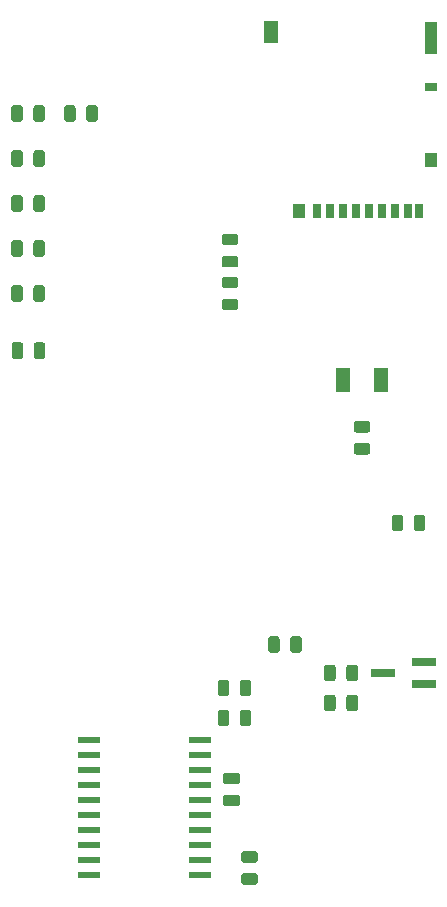
<source format=gbr>
G04 #@! TF.GenerationSoftware,KiCad,Pcbnew,(5.1.5)-3*
G04 #@! TF.CreationDate,2020-03-07T13:53:33-06:00*
G04 #@! TF.ProjectId,TelemetryBoard,54656c65-6d65-4747-9279-426f6172642e,rev?*
G04 #@! TF.SameCoordinates,Original*
G04 #@! TF.FileFunction,Paste,Top*
G04 #@! TF.FilePolarity,Positive*
%FSLAX46Y46*%
G04 Gerber Fmt 4.6, Leading zero omitted, Abs format (unit mm)*
G04 Created by KiCad (PCBNEW (5.1.5)-3) date 2020-03-07 13:53:33*
%MOMM*%
%LPD*%
G04 APERTURE LIST*
%ADD10C,0.100000*%
%ADD11R,2.000000X0.700000*%
%ADD12R,1.950000X0.600000*%
%ADD13R,0.700000X1.200000*%
%ADD14R,1.000000X1.200000*%
%ADD15R,1.000000X0.800000*%
%ADD16R,1.000000X2.800000*%
%ADD17R,1.300000X1.900000*%
%ADD18R,1.200000X2.000000*%
G04 APERTURE END LIST*
D10*
G36*
X101191142Y-101778674D02*
G01*
X101214803Y-101782184D01*
X101238007Y-101787996D01*
X101260529Y-101796054D01*
X101282153Y-101806282D01*
X101302670Y-101818579D01*
X101321883Y-101832829D01*
X101339607Y-101848893D01*
X101355671Y-101866617D01*
X101369921Y-101885830D01*
X101382218Y-101906347D01*
X101392446Y-101927971D01*
X101400504Y-101950493D01*
X101406316Y-101973697D01*
X101409826Y-101997358D01*
X101411000Y-102021250D01*
X101411000Y-102508750D01*
X101409826Y-102532642D01*
X101406316Y-102556303D01*
X101400504Y-102579507D01*
X101392446Y-102602029D01*
X101382218Y-102623653D01*
X101369921Y-102644170D01*
X101355671Y-102663383D01*
X101339607Y-102681107D01*
X101321883Y-102697171D01*
X101302670Y-102711421D01*
X101282153Y-102723718D01*
X101260529Y-102733946D01*
X101238007Y-102742004D01*
X101214803Y-102747816D01*
X101191142Y-102751326D01*
X101167250Y-102752500D01*
X100254750Y-102752500D01*
X100230858Y-102751326D01*
X100207197Y-102747816D01*
X100183993Y-102742004D01*
X100161471Y-102733946D01*
X100139847Y-102723718D01*
X100119330Y-102711421D01*
X100100117Y-102697171D01*
X100082393Y-102681107D01*
X100066329Y-102663383D01*
X100052079Y-102644170D01*
X100039782Y-102623653D01*
X100029554Y-102602029D01*
X100021496Y-102579507D01*
X100015684Y-102556303D01*
X100012174Y-102532642D01*
X100011000Y-102508750D01*
X100011000Y-102021250D01*
X100012174Y-101997358D01*
X100015684Y-101973697D01*
X100021496Y-101950493D01*
X100029554Y-101927971D01*
X100039782Y-101906347D01*
X100052079Y-101885830D01*
X100066329Y-101866617D01*
X100082393Y-101848893D01*
X100100117Y-101832829D01*
X100119330Y-101818579D01*
X100139847Y-101806282D01*
X100161471Y-101796054D01*
X100183993Y-101787996D01*
X100207197Y-101782184D01*
X100230858Y-101778674D01*
X100254750Y-101777500D01*
X101167250Y-101777500D01*
X101191142Y-101778674D01*
G37*
G36*
X101191142Y-103653674D02*
G01*
X101214803Y-103657184D01*
X101238007Y-103662996D01*
X101260529Y-103671054D01*
X101282153Y-103681282D01*
X101302670Y-103693579D01*
X101321883Y-103707829D01*
X101339607Y-103723893D01*
X101355671Y-103741617D01*
X101369921Y-103760830D01*
X101382218Y-103781347D01*
X101392446Y-103802971D01*
X101400504Y-103825493D01*
X101406316Y-103848697D01*
X101409826Y-103872358D01*
X101411000Y-103896250D01*
X101411000Y-104383750D01*
X101409826Y-104407642D01*
X101406316Y-104431303D01*
X101400504Y-104454507D01*
X101392446Y-104477029D01*
X101382218Y-104498653D01*
X101369921Y-104519170D01*
X101355671Y-104538383D01*
X101339607Y-104556107D01*
X101321883Y-104572171D01*
X101302670Y-104586421D01*
X101282153Y-104598718D01*
X101260529Y-104608946D01*
X101238007Y-104617004D01*
X101214803Y-104622816D01*
X101191142Y-104626326D01*
X101167250Y-104627500D01*
X100254750Y-104627500D01*
X100230858Y-104626326D01*
X100207197Y-104622816D01*
X100183993Y-104617004D01*
X100161471Y-104608946D01*
X100139847Y-104598718D01*
X100119330Y-104586421D01*
X100100117Y-104572171D01*
X100082393Y-104556107D01*
X100066329Y-104538383D01*
X100052079Y-104519170D01*
X100039782Y-104498653D01*
X100029554Y-104477029D01*
X100021496Y-104454507D01*
X100015684Y-104431303D01*
X100012174Y-104407642D01*
X100011000Y-104383750D01*
X100011000Y-103896250D01*
X100012174Y-103872358D01*
X100015684Y-103848697D01*
X100021496Y-103825493D01*
X100029554Y-103802971D01*
X100039782Y-103781347D01*
X100052079Y-103760830D01*
X100066329Y-103741617D01*
X100082393Y-103723893D01*
X100100117Y-103707829D01*
X100119330Y-103693579D01*
X100139847Y-103681282D01*
X100161471Y-103671054D01*
X100183993Y-103662996D01*
X100207197Y-103657184D01*
X100230858Y-103653674D01*
X100254750Y-103652500D01*
X101167250Y-103652500D01*
X101191142Y-103653674D01*
G37*
G36*
X102170142Y-93916174D02*
G01*
X102193803Y-93919684D01*
X102217007Y-93925496D01*
X102239529Y-93933554D01*
X102261153Y-93943782D01*
X102281670Y-93956079D01*
X102300883Y-93970329D01*
X102318607Y-93986393D01*
X102334671Y-94004117D01*
X102348921Y-94023330D01*
X102361218Y-94043847D01*
X102371446Y-94065471D01*
X102379504Y-94087993D01*
X102385316Y-94111197D01*
X102388826Y-94134858D01*
X102390000Y-94158750D01*
X102390000Y-95071250D01*
X102388826Y-95095142D01*
X102385316Y-95118803D01*
X102379504Y-95142007D01*
X102371446Y-95164529D01*
X102361218Y-95186153D01*
X102348921Y-95206670D01*
X102334671Y-95225883D01*
X102318607Y-95243607D01*
X102300883Y-95259671D01*
X102281670Y-95273921D01*
X102261153Y-95286218D01*
X102239529Y-95296446D01*
X102217007Y-95304504D01*
X102193803Y-95310316D01*
X102170142Y-95313826D01*
X102146250Y-95315000D01*
X101658750Y-95315000D01*
X101634858Y-95313826D01*
X101611197Y-95310316D01*
X101587993Y-95304504D01*
X101565471Y-95296446D01*
X101543847Y-95286218D01*
X101523330Y-95273921D01*
X101504117Y-95259671D01*
X101486393Y-95243607D01*
X101470329Y-95225883D01*
X101456079Y-95206670D01*
X101443782Y-95186153D01*
X101433554Y-95164529D01*
X101425496Y-95142007D01*
X101419684Y-95118803D01*
X101416174Y-95095142D01*
X101415000Y-95071250D01*
X101415000Y-94158750D01*
X101416174Y-94134858D01*
X101419684Y-94111197D01*
X101425496Y-94087993D01*
X101433554Y-94065471D01*
X101443782Y-94043847D01*
X101456079Y-94023330D01*
X101470329Y-94004117D01*
X101486393Y-93986393D01*
X101504117Y-93970329D01*
X101523330Y-93956079D01*
X101543847Y-93943782D01*
X101565471Y-93933554D01*
X101587993Y-93925496D01*
X101611197Y-93919684D01*
X101634858Y-93916174D01*
X101658750Y-93915000D01*
X102146250Y-93915000D01*
X102170142Y-93916174D01*
G37*
G36*
X100295142Y-93916174D02*
G01*
X100318803Y-93919684D01*
X100342007Y-93925496D01*
X100364529Y-93933554D01*
X100386153Y-93943782D01*
X100406670Y-93956079D01*
X100425883Y-93970329D01*
X100443607Y-93986393D01*
X100459671Y-94004117D01*
X100473921Y-94023330D01*
X100486218Y-94043847D01*
X100496446Y-94065471D01*
X100504504Y-94087993D01*
X100510316Y-94111197D01*
X100513826Y-94134858D01*
X100515000Y-94158750D01*
X100515000Y-95071250D01*
X100513826Y-95095142D01*
X100510316Y-95118803D01*
X100504504Y-95142007D01*
X100496446Y-95164529D01*
X100486218Y-95186153D01*
X100473921Y-95206670D01*
X100459671Y-95225883D01*
X100443607Y-95243607D01*
X100425883Y-95259671D01*
X100406670Y-95273921D01*
X100386153Y-95286218D01*
X100364529Y-95296446D01*
X100342007Y-95304504D01*
X100318803Y-95310316D01*
X100295142Y-95313826D01*
X100271250Y-95315000D01*
X99783750Y-95315000D01*
X99759858Y-95313826D01*
X99736197Y-95310316D01*
X99712993Y-95304504D01*
X99690471Y-95296446D01*
X99668847Y-95286218D01*
X99648330Y-95273921D01*
X99629117Y-95259671D01*
X99611393Y-95243607D01*
X99595329Y-95225883D01*
X99581079Y-95206670D01*
X99568782Y-95186153D01*
X99558554Y-95164529D01*
X99550496Y-95142007D01*
X99544684Y-95118803D01*
X99541174Y-95095142D01*
X99540000Y-95071250D01*
X99540000Y-94158750D01*
X99541174Y-94134858D01*
X99544684Y-94111197D01*
X99550496Y-94087993D01*
X99558554Y-94065471D01*
X99568782Y-94043847D01*
X99581079Y-94023330D01*
X99595329Y-94004117D01*
X99611393Y-93986393D01*
X99629117Y-93970329D01*
X99648330Y-93956079D01*
X99668847Y-93943782D01*
X99690471Y-93933554D01*
X99712993Y-93925496D01*
X99736197Y-93919684D01*
X99759858Y-93916174D01*
X99783750Y-93915000D01*
X100271250Y-93915000D01*
X100295142Y-93916174D01*
G37*
D11*
X116967000Y-94295000D03*
X116967000Y-92395000D03*
X113567000Y-93345000D03*
D10*
G36*
X101064142Y-58030674D02*
G01*
X101087803Y-58034184D01*
X101111007Y-58039996D01*
X101133529Y-58048054D01*
X101155153Y-58058282D01*
X101175670Y-58070579D01*
X101194883Y-58084829D01*
X101212607Y-58100893D01*
X101228671Y-58118617D01*
X101242921Y-58137830D01*
X101255218Y-58158347D01*
X101265446Y-58179971D01*
X101273504Y-58202493D01*
X101279316Y-58225697D01*
X101282826Y-58249358D01*
X101284000Y-58273250D01*
X101284000Y-58760750D01*
X101282826Y-58784642D01*
X101279316Y-58808303D01*
X101273504Y-58831507D01*
X101265446Y-58854029D01*
X101255218Y-58875653D01*
X101242921Y-58896170D01*
X101228671Y-58915383D01*
X101212607Y-58933107D01*
X101194883Y-58949171D01*
X101175670Y-58963421D01*
X101155153Y-58975718D01*
X101133529Y-58985946D01*
X101111007Y-58994004D01*
X101087803Y-58999816D01*
X101064142Y-59003326D01*
X101040250Y-59004500D01*
X100127750Y-59004500D01*
X100103858Y-59003326D01*
X100080197Y-58999816D01*
X100056993Y-58994004D01*
X100034471Y-58985946D01*
X100012847Y-58975718D01*
X99992330Y-58963421D01*
X99973117Y-58949171D01*
X99955393Y-58933107D01*
X99939329Y-58915383D01*
X99925079Y-58896170D01*
X99912782Y-58875653D01*
X99902554Y-58854029D01*
X99894496Y-58831507D01*
X99888684Y-58808303D01*
X99885174Y-58784642D01*
X99884000Y-58760750D01*
X99884000Y-58273250D01*
X99885174Y-58249358D01*
X99888684Y-58225697D01*
X99894496Y-58202493D01*
X99902554Y-58179971D01*
X99912782Y-58158347D01*
X99925079Y-58137830D01*
X99939329Y-58118617D01*
X99955393Y-58100893D01*
X99973117Y-58084829D01*
X99992330Y-58070579D01*
X100012847Y-58058282D01*
X100034471Y-58048054D01*
X100056993Y-58039996D01*
X100080197Y-58034184D01*
X100103858Y-58030674D01*
X100127750Y-58029500D01*
X101040250Y-58029500D01*
X101064142Y-58030674D01*
G37*
G36*
X101064142Y-56155674D02*
G01*
X101087803Y-56159184D01*
X101111007Y-56164996D01*
X101133529Y-56173054D01*
X101155153Y-56183282D01*
X101175670Y-56195579D01*
X101194883Y-56209829D01*
X101212607Y-56225893D01*
X101228671Y-56243617D01*
X101242921Y-56262830D01*
X101255218Y-56283347D01*
X101265446Y-56304971D01*
X101273504Y-56327493D01*
X101279316Y-56350697D01*
X101282826Y-56374358D01*
X101284000Y-56398250D01*
X101284000Y-56885750D01*
X101282826Y-56909642D01*
X101279316Y-56933303D01*
X101273504Y-56956507D01*
X101265446Y-56979029D01*
X101255218Y-57000653D01*
X101242921Y-57021170D01*
X101228671Y-57040383D01*
X101212607Y-57058107D01*
X101194883Y-57074171D01*
X101175670Y-57088421D01*
X101155153Y-57100718D01*
X101133529Y-57110946D01*
X101111007Y-57119004D01*
X101087803Y-57124816D01*
X101064142Y-57128326D01*
X101040250Y-57129500D01*
X100127750Y-57129500D01*
X100103858Y-57128326D01*
X100080197Y-57124816D01*
X100056993Y-57119004D01*
X100034471Y-57110946D01*
X100012847Y-57100718D01*
X99992330Y-57088421D01*
X99973117Y-57074171D01*
X99955393Y-57058107D01*
X99939329Y-57040383D01*
X99925079Y-57021170D01*
X99912782Y-57000653D01*
X99902554Y-56979029D01*
X99894496Y-56956507D01*
X99888684Y-56933303D01*
X99885174Y-56909642D01*
X99884000Y-56885750D01*
X99884000Y-56398250D01*
X99885174Y-56374358D01*
X99888684Y-56350697D01*
X99894496Y-56327493D01*
X99902554Y-56304971D01*
X99912782Y-56283347D01*
X99925079Y-56262830D01*
X99939329Y-56243617D01*
X99955393Y-56225893D01*
X99973117Y-56209829D01*
X99992330Y-56195579D01*
X100012847Y-56183282D01*
X100034471Y-56173054D01*
X100056993Y-56164996D01*
X100080197Y-56159184D01*
X100103858Y-56155674D01*
X100127750Y-56154500D01*
X101040250Y-56154500D01*
X101064142Y-56155674D01*
G37*
G36*
X101064142Y-59790174D02*
G01*
X101087803Y-59793684D01*
X101111007Y-59799496D01*
X101133529Y-59807554D01*
X101155153Y-59817782D01*
X101175670Y-59830079D01*
X101194883Y-59844329D01*
X101212607Y-59860393D01*
X101228671Y-59878117D01*
X101242921Y-59897330D01*
X101255218Y-59917847D01*
X101265446Y-59939471D01*
X101273504Y-59961993D01*
X101279316Y-59985197D01*
X101282826Y-60008858D01*
X101284000Y-60032750D01*
X101284000Y-60520250D01*
X101282826Y-60544142D01*
X101279316Y-60567803D01*
X101273504Y-60591007D01*
X101265446Y-60613529D01*
X101255218Y-60635153D01*
X101242921Y-60655670D01*
X101228671Y-60674883D01*
X101212607Y-60692607D01*
X101194883Y-60708671D01*
X101175670Y-60722921D01*
X101155153Y-60735218D01*
X101133529Y-60745446D01*
X101111007Y-60753504D01*
X101087803Y-60759316D01*
X101064142Y-60762826D01*
X101040250Y-60764000D01*
X100127750Y-60764000D01*
X100103858Y-60762826D01*
X100080197Y-60759316D01*
X100056993Y-60753504D01*
X100034471Y-60745446D01*
X100012847Y-60735218D01*
X99992330Y-60722921D01*
X99973117Y-60708671D01*
X99955393Y-60692607D01*
X99939329Y-60674883D01*
X99925079Y-60655670D01*
X99912782Y-60635153D01*
X99902554Y-60613529D01*
X99894496Y-60591007D01*
X99888684Y-60567803D01*
X99885174Y-60544142D01*
X99884000Y-60520250D01*
X99884000Y-60032750D01*
X99885174Y-60008858D01*
X99888684Y-59985197D01*
X99894496Y-59961993D01*
X99902554Y-59939471D01*
X99912782Y-59917847D01*
X99925079Y-59897330D01*
X99939329Y-59878117D01*
X99955393Y-59860393D01*
X99973117Y-59844329D01*
X99992330Y-59830079D01*
X100012847Y-59817782D01*
X100034471Y-59807554D01*
X100056993Y-59799496D01*
X100080197Y-59793684D01*
X100103858Y-59790174D01*
X100127750Y-59789000D01*
X101040250Y-59789000D01*
X101064142Y-59790174D01*
G37*
G36*
X101064142Y-61665174D02*
G01*
X101087803Y-61668684D01*
X101111007Y-61674496D01*
X101133529Y-61682554D01*
X101155153Y-61692782D01*
X101175670Y-61705079D01*
X101194883Y-61719329D01*
X101212607Y-61735393D01*
X101228671Y-61753117D01*
X101242921Y-61772330D01*
X101255218Y-61792847D01*
X101265446Y-61814471D01*
X101273504Y-61836993D01*
X101279316Y-61860197D01*
X101282826Y-61883858D01*
X101284000Y-61907750D01*
X101284000Y-62395250D01*
X101282826Y-62419142D01*
X101279316Y-62442803D01*
X101273504Y-62466007D01*
X101265446Y-62488529D01*
X101255218Y-62510153D01*
X101242921Y-62530670D01*
X101228671Y-62549883D01*
X101212607Y-62567607D01*
X101194883Y-62583671D01*
X101175670Y-62597921D01*
X101155153Y-62610218D01*
X101133529Y-62620446D01*
X101111007Y-62628504D01*
X101087803Y-62634316D01*
X101064142Y-62637826D01*
X101040250Y-62639000D01*
X100127750Y-62639000D01*
X100103858Y-62637826D01*
X100080197Y-62634316D01*
X100056993Y-62628504D01*
X100034471Y-62620446D01*
X100012847Y-62610218D01*
X99992330Y-62597921D01*
X99973117Y-62583671D01*
X99955393Y-62567607D01*
X99939329Y-62549883D01*
X99925079Y-62530670D01*
X99912782Y-62510153D01*
X99902554Y-62488529D01*
X99894496Y-62466007D01*
X99888684Y-62442803D01*
X99885174Y-62419142D01*
X99884000Y-62395250D01*
X99884000Y-61907750D01*
X99885174Y-61883858D01*
X99888684Y-61860197D01*
X99894496Y-61836993D01*
X99902554Y-61814471D01*
X99912782Y-61792847D01*
X99925079Y-61772330D01*
X99939329Y-61753117D01*
X99955393Y-61735393D01*
X99973117Y-61719329D01*
X99992330Y-61705079D01*
X100012847Y-61692782D01*
X100034471Y-61682554D01*
X100056993Y-61674496D01*
X100080197Y-61668684D01*
X100103858Y-61665174D01*
X100127750Y-61664000D01*
X101040250Y-61664000D01*
X101064142Y-61665174D01*
G37*
D12*
X88645000Y-99060000D03*
X88645000Y-100330000D03*
X88645000Y-101600000D03*
X88645000Y-102870000D03*
X88645000Y-104140000D03*
X88645000Y-105410000D03*
X88645000Y-106680000D03*
X88645000Y-107950000D03*
X88645000Y-109220000D03*
X88645000Y-110490000D03*
X98045000Y-110490000D03*
X98045000Y-109220000D03*
X98045000Y-107950000D03*
X98045000Y-106680000D03*
X98045000Y-105410000D03*
X98045000Y-104140000D03*
X98045000Y-102870000D03*
X98045000Y-101600000D03*
X98045000Y-100330000D03*
X98045000Y-99060000D03*
D10*
G36*
X115027142Y-79946174D02*
G01*
X115050803Y-79949684D01*
X115074007Y-79955496D01*
X115096529Y-79963554D01*
X115118153Y-79973782D01*
X115138670Y-79986079D01*
X115157883Y-80000329D01*
X115175607Y-80016393D01*
X115191671Y-80034117D01*
X115205921Y-80053330D01*
X115218218Y-80073847D01*
X115228446Y-80095471D01*
X115236504Y-80117993D01*
X115242316Y-80141197D01*
X115245826Y-80164858D01*
X115247000Y-80188750D01*
X115247000Y-81101250D01*
X115245826Y-81125142D01*
X115242316Y-81148803D01*
X115236504Y-81172007D01*
X115228446Y-81194529D01*
X115218218Y-81216153D01*
X115205921Y-81236670D01*
X115191671Y-81255883D01*
X115175607Y-81273607D01*
X115157883Y-81289671D01*
X115138670Y-81303921D01*
X115118153Y-81316218D01*
X115096529Y-81326446D01*
X115074007Y-81334504D01*
X115050803Y-81340316D01*
X115027142Y-81343826D01*
X115003250Y-81345000D01*
X114515750Y-81345000D01*
X114491858Y-81343826D01*
X114468197Y-81340316D01*
X114444993Y-81334504D01*
X114422471Y-81326446D01*
X114400847Y-81316218D01*
X114380330Y-81303921D01*
X114361117Y-81289671D01*
X114343393Y-81273607D01*
X114327329Y-81255883D01*
X114313079Y-81236670D01*
X114300782Y-81216153D01*
X114290554Y-81194529D01*
X114282496Y-81172007D01*
X114276684Y-81148803D01*
X114273174Y-81125142D01*
X114272000Y-81101250D01*
X114272000Y-80188750D01*
X114273174Y-80164858D01*
X114276684Y-80141197D01*
X114282496Y-80117993D01*
X114290554Y-80095471D01*
X114300782Y-80073847D01*
X114313079Y-80053330D01*
X114327329Y-80034117D01*
X114343393Y-80016393D01*
X114361117Y-80000329D01*
X114380330Y-79986079D01*
X114400847Y-79973782D01*
X114422471Y-79963554D01*
X114444993Y-79955496D01*
X114468197Y-79949684D01*
X114491858Y-79946174D01*
X114515750Y-79945000D01*
X115003250Y-79945000D01*
X115027142Y-79946174D01*
G37*
G36*
X116902142Y-79946174D02*
G01*
X116925803Y-79949684D01*
X116949007Y-79955496D01*
X116971529Y-79963554D01*
X116993153Y-79973782D01*
X117013670Y-79986079D01*
X117032883Y-80000329D01*
X117050607Y-80016393D01*
X117066671Y-80034117D01*
X117080921Y-80053330D01*
X117093218Y-80073847D01*
X117103446Y-80095471D01*
X117111504Y-80117993D01*
X117117316Y-80141197D01*
X117120826Y-80164858D01*
X117122000Y-80188750D01*
X117122000Y-81101250D01*
X117120826Y-81125142D01*
X117117316Y-81148803D01*
X117111504Y-81172007D01*
X117103446Y-81194529D01*
X117093218Y-81216153D01*
X117080921Y-81236670D01*
X117066671Y-81255883D01*
X117050607Y-81273607D01*
X117032883Y-81289671D01*
X117013670Y-81303921D01*
X116993153Y-81316218D01*
X116971529Y-81326446D01*
X116949007Y-81334504D01*
X116925803Y-81340316D01*
X116902142Y-81343826D01*
X116878250Y-81345000D01*
X116390750Y-81345000D01*
X116366858Y-81343826D01*
X116343197Y-81340316D01*
X116319993Y-81334504D01*
X116297471Y-81326446D01*
X116275847Y-81316218D01*
X116255330Y-81303921D01*
X116236117Y-81289671D01*
X116218393Y-81273607D01*
X116202329Y-81255883D01*
X116188079Y-81236670D01*
X116175782Y-81216153D01*
X116165554Y-81194529D01*
X116157496Y-81172007D01*
X116151684Y-81148803D01*
X116148174Y-81125142D01*
X116147000Y-81101250D01*
X116147000Y-80188750D01*
X116148174Y-80164858D01*
X116151684Y-80141197D01*
X116157496Y-80117993D01*
X116165554Y-80095471D01*
X116175782Y-80073847D01*
X116188079Y-80053330D01*
X116202329Y-80034117D01*
X116218393Y-80016393D01*
X116236117Y-80000329D01*
X116255330Y-79986079D01*
X116275847Y-79973782D01*
X116297471Y-79963554D01*
X116319993Y-79955496D01*
X116343197Y-79949684D01*
X116366858Y-79946174D01*
X116390750Y-79945000D01*
X116878250Y-79945000D01*
X116902142Y-79946174D01*
G37*
G36*
X102715142Y-110306174D02*
G01*
X102738803Y-110309684D01*
X102762007Y-110315496D01*
X102784529Y-110323554D01*
X102806153Y-110333782D01*
X102826670Y-110346079D01*
X102845883Y-110360329D01*
X102863607Y-110376393D01*
X102879671Y-110394117D01*
X102893921Y-110413330D01*
X102906218Y-110433847D01*
X102916446Y-110455471D01*
X102924504Y-110477993D01*
X102930316Y-110501197D01*
X102933826Y-110524858D01*
X102935000Y-110548750D01*
X102935000Y-111036250D01*
X102933826Y-111060142D01*
X102930316Y-111083803D01*
X102924504Y-111107007D01*
X102916446Y-111129529D01*
X102906218Y-111151153D01*
X102893921Y-111171670D01*
X102879671Y-111190883D01*
X102863607Y-111208607D01*
X102845883Y-111224671D01*
X102826670Y-111238921D01*
X102806153Y-111251218D01*
X102784529Y-111261446D01*
X102762007Y-111269504D01*
X102738803Y-111275316D01*
X102715142Y-111278826D01*
X102691250Y-111280000D01*
X101778750Y-111280000D01*
X101754858Y-111278826D01*
X101731197Y-111275316D01*
X101707993Y-111269504D01*
X101685471Y-111261446D01*
X101663847Y-111251218D01*
X101643330Y-111238921D01*
X101624117Y-111224671D01*
X101606393Y-111208607D01*
X101590329Y-111190883D01*
X101576079Y-111171670D01*
X101563782Y-111151153D01*
X101553554Y-111129529D01*
X101545496Y-111107007D01*
X101539684Y-111083803D01*
X101536174Y-111060142D01*
X101535000Y-111036250D01*
X101535000Y-110548750D01*
X101536174Y-110524858D01*
X101539684Y-110501197D01*
X101545496Y-110477993D01*
X101553554Y-110455471D01*
X101563782Y-110433847D01*
X101576079Y-110413330D01*
X101590329Y-110394117D01*
X101606393Y-110376393D01*
X101624117Y-110360329D01*
X101643330Y-110346079D01*
X101663847Y-110333782D01*
X101685471Y-110323554D01*
X101707993Y-110315496D01*
X101731197Y-110309684D01*
X101754858Y-110306174D01*
X101778750Y-110305000D01*
X102691250Y-110305000D01*
X102715142Y-110306174D01*
G37*
G36*
X102715142Y-108431174D02*
G01*
X102738803Y-108434684D01*
X102762007Y-108440496D01*
X102784529Y-108448554D01*
X102806153Y-108458782D01*
X102826670Y-108471079D01*
X102845883Y-108485329D01*
X102863607Y-108501393D01*
X102879671Y-108519117D01*
X102893921Y-108538330D01*
X102906218Y-108558847D01*
X102916446Y-108580471D01*
X102924504Y-108602993D01*
X102930316Y-108626197D01*
X102933826Y-108649858D01*
X102935000Y-108673750D01*
X102935000Y-109161250D01*
X102933826Y-109185142D01*
X102930316Y-109208803D01*
X102924504Y-109232007D01*
X102916446Y-109254529D01*
X102906218Y-109276153D01*
X102893921Y-109296670D01*
X102879671Y-109315883D01*
X102863607Y-109333607D01*
X102845883Y-109349671D01*
X102826670Y-109363921D01*
X102806153Y-109376218D01*
X102784529Y-109386446D01*
X102762007Y-109394504D01*
X102738803Y-109400316D01*
X102715142Y-109403826D01*
X102691250Y-109405000D01*
X101778750Y-109405000D01*
X101754858Y-109403826D01*
X101731197Y-109400316D01*
X101707993Y-109394504D01*
X101685471Y-109386446D01*
X101663847Y-109376218D01*
X101643330Y-109363921D01*
X101624117Y-109349671D01*
X101606393Y-109333607D01*
X101590329Y-109315883D01*
X101576079Y-109296670D01*
X101563782Y-109276153D01*
X101553554Y-109254529D01*
X101545496Y-109232007D01*
X101539684Y-109208803D01*
X101536174Y-109185142D01*
X101535000Y-109161250D01*
X101535000Y-108673750D01*
X101536174Y-108649858D01*
X101539684Y-108626197D01*
X101545496Y-108602993D01*
X101553554Y-108580471D01*
X101563782Y-108558847D01*
X101576079Y-108538330D01*
X101590329Y-108519117D01*
X101606393Y-108501393D01*
X101624117Y-108485329D01*
X101643330Y-108471079D01*
X101663847Y-108458782D01*
X101685471Y-108448554D01*
X101707993Y-108440496D01*
X101731197Y-108434684D01*
X101754858Y-108431174D01*
X101778750Y-108430000D01*
X102691250Y-108430000D01*
X102715142Y-108431174D01*
G37*
D13*
X116619000Y-54207000D03*
X115669000Y-54207000D03*
X107969000Y-54207000D03*
X109069000Y-54207000D03*
X110169000Y-54207000D03*
X111269000Y-54207000D03*
X112369000Y-54207000D03*
X113469000Y-54207000D03*
X114569000Y-54207000D03*
D14*
X106419000Y-54207000D03*
X117569000Y-49907000D03*
D15*
X117569000Y-43707000D03*
D16*
X117569000Y-39557000D03*
D17*
X104069000Y-39107000D03*
D10*
G36*
X84692642Y-60515174D02*
G01*
X84716303Y-60518684D01*
X84739507Y-60524496D01*
X84762029Y-60532554D01*
X84783653Y-60542782D01*
X84804170Y-60555079D01*
X84823383Y-60569329D01*
X84841107Y-60585393D01*
X84857171Y-60603117D01*
X84871421Y-60622330D01*
X84883718Y-60642847D01*
X84893946Y-60664471D01*
X84902004Y-60686993D01*
X84907816Y-60710197D01*
X84911326Y-60733858D01*
X84912500Y-60757750D01*
X84912500Y-61670250D01*
X84911326Y-61694142D01*
X84907816Y-61717803D01*
X84902004Y-61741007D01*
X84893946Y-61763529D01*
X84883718Y-61785153D01*
X84871421Y-61805670D01*
X84857171Y-61824883D01*
X84841107Y-61842607D01*
X84823383Y-61858671D01*
X84804170Y-61872921D01*
X84783653Y-61885218D01*
X84762029Y-61895446D01*
X84739507Y-61903504D01*
X84716303Y-61909316D01*
X84692642Y-61912826D01*
X84668750Y-61914000D01*
X84181250Y-61914000D01*
X84157358Y-61912826D01*
X84133697Y-61909316D01*
X84110493Y-61903504D01*
X84087971Y-61895446D01*
X84066347Y-61885218D01*
X84045830Y-61872921D01*
X84026617Y-61858671D01*
X84008893Y-61842607D01*
X83992829Y-61824883D01*
X83978579Y-61805670D01*
X83966282Y-61785153D01*
X83956054Y-61763529D01*
X83947996Y-61741007D01*
X83942184Y-61717803D01*
X83938674Y-61694142D01*
X83937500Y-61670250D01*
X83937500Y-60757750D01*
X83938674Y-60733858D01*
X83942184Y-60710197D01*
X83947996Y-60686993D01*
X83956054Y-60664471D01*
X83966282Y-60642847D01*
X83978579Y-60622330D01*
X83992829Y-60603117D01*
X84008893Y-60585393D01*
X84026617Y-60569329D01*
X84045830Y-60555079D01*
X84066347Y-60542782D01*
X84087971Y-60532554D01*
X84110493Y-60524496D01*
X84133697Y-60518684D01*
X84157358Y-60515174D01*
X84181250Y-60514000D01*
X84668750Y-60514000D01*
X84692642Y-60515174D01*
G37*
G36*
X82817642Y-60515174D02*
G01*
X82841303Y-60518684D01*
X82864507Y-60524496D01*
X82887029Y-60532554D01*
X82908653Y-60542782D01*
X82929170Y-60555079D01*
X82948383Y-60569329D01*
X82966107Y-60585393D01*
X82982171Y-60603117D01*
X82996421Y-60622330D01*
X83008718Y-60642847D01*
X83018946Y-60664471D01*
X83027004Y-60686993D01*
X83032816Y-60710197D01*
X83036326Y-60733858D01*
X83037500Y-60757750D01*
X83037500Y-61670250D01*
X83036326Y-61694142D01*
X83032816Y-61717803D01*
X83027004Y-61741007D01*
X83018946Y-61763529D01*
X83008718Y-61785153D01*
X82996421Y-61805670D01*
X82982171Y-61824883D01*
X82966107Y-61842607D01*
X82948383Y-61858671D01*
X82929170Y-61872921D01*
X82908653Y-61885218D01*
X82887029Y-61895446D01*
X82864507Y-61903504D01*
X82841303Y-61909316D01*
X82817642Y-61912826D01*
X82793750Y-61914000D01*
X82306250Y-61914000D01*
X82282358Y-61912826D01*
X82258697Y-61909316D01*
X82235493Y-61903504D01*
X82212971Y-61895446D01*
X82191347Y-61885218D01*
X82170830Y-61872921D01*
X82151617Y-61858671D01*
X82133893Y-61842607D01*
X82117829Y-61824883D01*
X82103579Y-61805670D01*
X82091282Y-61785153D01*
X82081054Y-61763529D01*
X82072996Y-61741007D01*
X82067184Y-61717803D01*
X82063674Y-61694142D01*
X82062500Y-61670250D01*
X82062500Y-60757750D01*
X82063674Y-60733858D01*
X82067184Y-60710197D01*
X82072996Y-60686993D01*
X82081054Y-60664471D01*
X82091282Y-60642847D01*
X82103579Y-60622330D01*
X82117829Y-60603117D01*
X82133893Y-60585393D01*
X82151617Y-60569329D01*
X82170830Y-60555079D01*
X82191347Y-60542782D01*
X82212971Y-60532554D01*
X82235493Y-60524496D01*
X82258697Y-60518684D01*
X82282358Y-60515174D01*
X82306250Y-60514000D01*
X82793750Y-60514000D01*
X82817642Y-60515174D01*
G37*
G36*
X87292642Y-45275174D02*
G01*
X87316303Y-45278684D01*
X87339507Y-45284496D01*
X87362029Y-45292554D01*
X87383653Y-45302782D01*
X87404170Y-45315079D01*
X87423383Y-45329329D01*
X87441107Y-45345393D01*
X87457171Y-45363117D01*
X87471421Y-45382330D01*
X87483718Y-45402847D01*
X87493946Y-45424471D01*
X87502004Y-45446993D01*
X87507816Y-45470197D01*
X87511326Y-45493858D01*
X87512500Y-45517750D01*
X87512500Y-46430250D01*
X87511326Y-46454142D01*
X87507816Y-46477803D01*
X87502004Y-46501007D01*
X87493946Y-46523529D01*
X87483718Y-46545153D01*
X87471421Y-46565670D01*
X87457171Y-46584883D01*
X87441107Y-46602607D01*
X87423383Y-46618671D01*
X87404170Y-46632921D01*
X87383653Y-46645218D01*
X87362029Y-46655446D01*
X87339507Y-46663504D01*
X87316303Y-46669316D01*
X87292642Y-46672826D01*
X87268750Y-46674000D01*
X86781250Y-46674000D01*
X86757358Y-46672826D01*
X86733697Y-46669316D01*
X86710493Y-46663504D01*
X86687971Y-46655446D01*
X86666347Y-46645218D01*
X86645830Y-46632921D01*
X86626617Y-46618671D01*
X86608893Y-46602607D01*
X86592829Y-46584883D01*
X86578579Y-46565670D01*
X86566282Y-46545153D01*
X86556054Y-46523529D01*
X86547996Y-46501007D01*
X86542184Y-46477803D01*
X86538674Y-46454142D01*
X86537500Y-46430250D01*
X86537500Y-45517750D01*
X86538674Y-45493858D01*
X86542184Y-45470197D01*
X86547996Y-45446993D01*
X86556054Y-45424471D01*
X86566282Y-45402847D01*
X86578579Y-45382330D01*
X86592829Y-45363117D01*
X86608893Y-45345393D01*
X86626617Y-45329329D01*
X86645830Y-45315079D01*
X86666347Y-45302782D01*
X86687971Y-45292554D01*
X86710493Y-45284496D01*
X86733697Y-45278684D01*
X86757358Y-45275174D01*
X86781250Y-45274000D01*
X87268750Y-45274000D01*
X87292642Y-45275174D01*
G37*
G36*
X89167642Y-45275174D02*
G01*
X89191303Y-45278684D01*
X89214507Y-45284496D01*
X89237029Y-45292554D01*
X89258653Y-45302782D01*
X89279170Y-45315079D01*
X89298383Y-45329329D01*
X89316107Y-45345393D01*
X89332171Y-45363117D01*
X89346421Y-45382330D01*
X89358718Y-45402847D01*
X89368946Y-45424471D01*
X89377004Y-45446993D01*
X89382816Y-45470197D01*
X89386326Y-45493858D01*
X89387500Y-45517750D01*
X89387500Y-46430250D01*
X89386326Y-46454142D01*
X89382816Y-46477803D01*
X89377004Y-46501007D01*
X89368946Y-46523529D01*
X89358718Y-46545153D01*
X89346421Y-46565670D01*
X89332171Y-46584883D01*
X89316107Y-46602607D01*
X89298383Y-46618671D01*
X89279170Y-46632921D01*
X89258653Y-46645218D01*
X89237029Y-46655446D01*
X89214507Y-46663504D01*
X89191303Y-46669316D01*
X89167642Y-46672826D01*
X89143750Y-46674000D01*
X88656250Y-46674000D01*
X88632358Y-46672826D01*
X88608697Y-46669316D01*
X88585493Y-46663504D01*
X88562971Y-46655446D01*
X88541347Y-46645218D01*
X88520830Y-46632921D01*
X88501617Y-46618671D01*
X88483893Y-46602607D01*
X88467829Y-46584883D01*
X88453579Y-46565670D01*
X88441282Y-46545153D01*
X88431054Y-46523529D01*
X88422996Y-46501007D01*
X88417184Y-46477803D01*
X88413674Y-46454142D01*
X88412500Y-46430250D01*
X88412500Y-45517750D01*
X88413674Y-45493858D01*
X88417184Y-45470197D01*
X88422996Y-45446993D01*
X88431054Y-45424471D01*
X88441282Y-45402847D01*
X88453579Y-45382330D01*
X88467829Y-45363117D01*
X88483893Y-45345393D01*
X88501617Y-45329329D01*
X88520830Y-45315079D01*
X88541347Y-45302782D01*
X88562971Y-45292554D01*
X88585493Y-45284496D01*
X88608697Y-45278684D01*
X88632358Y-45275174D01*
X88656250Y-45274000D01*
X89143750Y-45274000D01*
X89167642Y-45275174D01*
G37*
G36*
X106439642Y-90233174D02*
G01*
X106463303Y-90236684D01*
X106486507Y-90242496D01*
X106509029Y-90250554D01*
X106530653Y-90260782D01*
X106551170Y-90273079D01*
X106570383Y-90287329D01*
X106588107Y-90303393D01*
X106604171Y-90321117D01*
X106618421Y-90340330D01*
X106630718Y-90360847D01*
X106640946Y-90382471D01*
X106649004Y-90404993D01*
X106654816Y-90428197D01*
X106658326Y-90451858D01*
X106659500Y-90475750D01*
X106659500Y-91388250D01*
X106658326Y-91412142D01*
X106654816Y-91435803D01*
X106649004Y-91459007D01*
X106640946Y-91481529D01*
X106630718Y-91503153D01*
X106618421Y-91523670D01*
X106604171Y-91542883D01*
X106588107Y-91560607D01*
X106570383Y-91576671D01*
X106551170Y-91590921D01*
X106530653Y-91603218D01*
X106509029Y-91613446D01*
X106486507Y-91621504D01*
X106463303Y-91627316D01*
X106439642Y-91630826D01*
X106415750Y-91632000D01*
X105928250Y-91632000D01*
X105904358Y-91630826D01*
X105880697Y-91627316D01*
X105857493Y-91621504D01*
X105834971Y-91613446D01*
X105813347Y-91603218D01*
X105792830Y-91590921D01*
X105773617Y-91576671D01*
X105755893Y-91560607D01*
X105739829Y-91542883D01*
X105725579Y-91523670D01*
X105713282Y-91503153D01*
X105703054Y-91481529D01*
X105694996Y-91459007D01*
X105689184Y-91435803D01*
X105685674Y-91412142D01*
X105684500Y-91388250D01*
X105684500Y-90475750D01*
X105685674Y-90451858D01*
X105689184Y-90428197D01*
X105694996Y-90404993D01*
X105703054Y-90382471D01*
X105713282Y-90360847D01*
X105725579Y-90340330D01*
X105739829Y-90321117D01*
X105755893Y-90303393D01*
X105773617Y-90287329D01*
X105792830Y-90273079D01*
X105813347Y-90260782D01*
X105834971Y-90250554D01*
X105857493Y-90242496D01*
X105880697Y-90236684D01*
X105904358Y-90233174D01*
X105928250Y-90232000D01*
X106415750Y-90232000D01*
X106439642Y-90233174D01*
G37*
G36*
X104564642Y-90233174D02*
G01*
X104588303Y-90236684D01*
X104611507Y-90242496D01*
X104634029Y-90250554D01*
X104655653Y-90260782D01*
X104676170Y-90273079D01*
X104695383Y-90287329D01*
X104713107Y-90303393D01*
X104729171Y-90321117D01*
X104743421Y-90340330D01*
X104755718Y-90360847D01*
X104765946Y-90382471D01*
X104774004Y-90404993D01*
X104779816Y-90428197D01*
X104783326Y-90451858D01*
X104784500Y-90475750D01*
X104784500Y-91388250D01*
X104783326Y-91412142D01*
X104779816Y-91435803D01*
X104774004Y-91459007D01*
X104765946Y-91481529D01*
X104755718Y-91503153D01*
X104743421Y-91523670D01*
X104729171Y-91542883D01*
X104713107Y-91560607D01*
X104695383Y-91576671D01*
X104676170Y-91590921D01*
X104655653Y-91603218D01*
X104634029Y-91613446D01*
X104611507Y-91621504D01*
X104588303Y-91627316D01*
X104564642Y-91630826D01*
X104540750Y-91632000D01*
X104053250Y-91632000D01*
X104029358Y-91630826D01*
X104005697Y-91627316D01*
X103982493Y-91621504D01*
X103959971Y-91613446D01*
X103938347Y-91603218D01*
X103917830Y-91590921D01*
X103898617Y-91576671D01*
X103880893Y-91560607D01*
X103864829Y-91542883D01*
X103850579Y-91523670D01*
X103838282Y-91503153D01*
X103828054Y-91481529D01*
X103819996Y-91459007D01*
X103814184Y-91435803D01*
X103810674Y-91412142D01*
X103809500Y-91388250D01*
X103809500Y-90475750D01*
X103810674Y-90451858D01*
X103814184Y-90428197D01*
X103819996Y-90404993D01*
X103828054Y-90382471D01*
X103838282Y-90360847D01*
X103850579Y-90340330D01*
X103864829Y-90321117D01*
X103880893Y-90303393D01*
X103898617Y-90287329D01*
X103917830Y-90273079D01*
X103938347Y-90260782D01*
X103959971Y-90250554D01*
X103982493Y-90242496D01*
X104005697Y-90236684D01*
X104029358Y-90233174D01*
X104053250Y-90232000D01*
X104540750Y-90232000D01*
X104564642Y-90233174D01*
G37*
G36*
X109312142Y-95186174D02*
G01*
X109335803Y-95189684D01*
X109359007Y-95195496D01*
X109381529Y-95203554D01*
X109403153Y-95213782D01*
X109423670Y-95226079D01*
X109442883Y-95240329D01*
X109460607Y-95256393D01*
X109476671Y-95274117D01*
X109490921Y-95293330D01*
X109503218Y-95313847D01*
X109513446Y-95335471D01*
X109521504Y-95357993D01*
X109527316Y-95381197D01*
X109530826Y-95404858D01*
X109532000Y-95428750D01*
X109532000Y-96341250D01*
X109530826Y-96365142D01*
X109527316Y-96388803D01*
X109521504Y-96412007D01*
X109513446Y-96434529D01*
X109503218Y-96456153D01*
X109490921Y-96476670D01*
X109476671Y-96495883D01*
X109460607Y-96513607D01*
X109442883Y-96529671D01*
X109423670Y-96543921D01*
X109403153Y-96556218D01*
X109381529Y-96566446D01*
X109359007Y-96574504D01*
X109335803Y-96580316D01*
X109312142Y-96583826D01*
X109288250Y-96585000D01*
X108800750Y-96585000D01*
X108776858Y-96583826D01*
X108753197Y-96580316D01*
X108729993Y-96574504D01*
X108707471Y-96566446D01*
X108685847Y-96556218D01*
X108665330Y-96543921D01*
X108646117Y-96529671D01*
X108628393Y-96513607D01*
X108612329Y-96495883D01*
X108598079Y-96476670D01*
X108585782Y-96456153D01*
X108575554Y-96434529D01*
X108567496Y-96412007D01*
X108561684Y-96388803D01*
X108558174Y-96365142D01*
X108557000Y-96341250D01*
X108557000Y-95428750D01*
X108558174Y-95404858D01*
X108561684Y-95381197D01*
X108567496Y-95357993D01*
X108575554Y-95335471D01*
X108585782Y-95313847D01*
X108598079Y-95293330D01*
X108612329Y-95274117D01*
X108628393Y-95256393D01*
X108646117Y-95240329D01*
X108665330Y-95226079D01*
X108685847Y-95213782D01*
X108707471Y-95203554D01*
X108729993Y-95195496D01*
X108753197Y-95189684D01*
X108776858Y-95186174D01*
X108800750Y-95185000D01*
X109288250Y-95185000D01*
X109312142Y-95186174D01*
G37*
G36*
X111187142Y-95186174D02*
G01*
X111210803Y-95189684D01*
X111234007Y-95195496D01*
X111256529Y-95203554D01*
X111278153Y-95213782D01*
X111298670Y-95226079D01*
X111317883Y-95240329D01*
X111335607Y-95256393D01*
X111351671Y-95274117D01*
X111365921Y-95293330D01*
X111378218Y-95313847D01*
X111388446Y-95335471D01*
X111396504Y-95357993D01*
X111402316Y-95381197D01*
X111405826Y-95404858D01*
X111407000Y-95428750D01*
X111407000Y-96341250D01*
X111405826Y-96365142D01*
X111402316Y-96388803D01*
X111396504Y-96412007D01*
X111388446Y-96434529D01*
X111378218Y-96456153D01*
X111365921Y-96476670D01*
X111351671Y-96495883D01*
X111335607Y-96513607D01*
X111317883Y-96529671D01*
X111298670Y-96543921D01*
X111278153Y-96556218D01*
X111256529Y-96566446D01*
X111234007Y-96574504D01*
X111210803Y-96580316D01*
X111187142Y-96583826D01*
X111163250Y-96585000D01*
X110675750Y-96585000D01*
X110651858Y-96583826D01*
X110628197Y-96580316D01*
X110604993Y-96574504D01*
X110582471Y-96566446D01*
X110560847Y-96556218D01*
X110540330Y-96543921D01*
X110521117Y-96529671D01*
X110503393Y-96513607D01*
X110487329Y-96495883D01*
X110473079Y-96476670D01*
X110460782Y-96456153D01*
X110450554Y-96434529D01*
X110442496Y-96412007D01*
X110436684Y-96388803D01*
X110433174Y-96365142D01*
X110432000Y-96341250D01*
X110432000Y-95428750D01*
X110433174Y-95404858D01*
X110436684Y-95381197D01*
X110442496Y-95357993D01*
X110450554Y-95335471D01*
X110460782Y-95313847D01*
X110473079Y-95293330D01*
X110487329Y-95274117D01*
X110503393Y-95256393D01*
X110521117Y-95240329D01*
X110540330Y-95226079D01*
X110560847Y-95213782D01*
X110582471Y-95203554D01*
X110604993Y-95195496D01*
X110628197Y-95189684D01*
X110651858Y-95186174D01*
X110675750Y-95185000D01*
X111163250Y-95185000D01*
X111187142Y-95186174D01*
G37*
G36*
X109312142Y-92646174D02*
G01*
X109335803Y-92649684D01*
X109359007Y-92655496D01*
X109381529Y-92663554D01*
X109403153Y-92673782D01*
X109423670Y-92686079D01*
X109442883Y-92700329D01*
X109460607Y-92716393D01*
X109476671Y-92734117D01*
X109490921Y-92753330D01*
X109503218Y-92773847D01*
X109513446Y-92795471D01*
X109521504Y-92817993D01*
X109527316Y-92841197D01*
X109530826Y-92864858D01*
X109532000Y-92888750D01*
X109532000Y-93801250D01*
X109530826Y-93825142D01*
X109527316Y-93848803D01*
X109521504Y-93872007D01*
X109513446Y-93894529D01*
X109503218Y-93916153D01*
X109490921Y-93936670D01*
X109476671Y-93955883D01*
X109460607Y-93973607D01*
X109442883Y-93989671D01*
X109423670Y-94003921D01*
X109403153Y-94016218D01*
X109381529Y-94026446D01*
X109359007Y-94034504D01*
X109335803Y-94040316D01*
X109312142Y-94043826D01*
X109288250Y-94045000D01*
X108800750Y-94045000D01*
X108776858Y-94043826D01*
X108753197Y-94040316D01*
X108729993Y-94034504D01*
X108707471Y-94026446D01*
X108685847Y-94016218D01*
X108665330Y-94003921D01*
X108646117Y-93989671D01*
X108628393Y-93973607D01*
X108612329Y-93955883D01*
X108598079Y-93936670D01*
X108585782Y-93916153D01*
X108575554Y-93894529D01*
X108567496Y-93872007D01*
X108561684Y-93848803D01*
X108558174Y-93825142D01*
X108557000Y-93801250D01*
X108557000Y-92888750D01*
X108558174Y-92864858D01*
X108561684Y-92841197D01*
X108567496Y-92817993D01*
X108575554Y-92795471D01*
X108585782Y-92773847D01*
X108598079Y-92753330D01*
X108612329Y-92734117D01*
X108628393Y-92716393D01*
X108646117Y-92700329D01*
X108665330Y-92686079D01*
X108685847Y-92673782D01*
X108707471Y-92663554D01*
X108729993Y-92655496D01*
X108753197Y-92649684D01*
X108776858Y-92646174D01*
X108800750Y-92645000D01*
X109288250Y-92645000D01*
X109312142Y-92646174D01*
G37*
G36*
X111187142Y-92646174D02*
G01*
X111210803Y-92649684D01*
X111234007Y-92655496D01*
X111256529Y-92663554D01*
X111278153Y-92673782D01*
X111298670Y-92686079D01*
X111317883Y-92700329D01*
X111335607Y-92716393D01*
X111351671Y-92734117D01*
X111365921Y-92753330D01*
X111378218Y-92773847D01*
X111388446Y-92795471D01*
X111396504Y-92817993D01*
X111402316Y-92841197D01*
X111405826Y-92864858D01*
X111407000Y-92888750D01*
X111407000Y-93801250D01*
X111405826Y-93825142D01*
X111402316Y-93848803D01*
X111396504Y-93872007D01*
X111388446Y-93894529D01*
X111378218Y-93916153D01*
X111365921Y-93936670D01*
X111351671Y-93955883D01*
X111335607Y-93973607D01*
X111317883Y-93989671D01*
X111298670Y-94003921D01*
X111278153Y-94016218D01*
X111256529Y-94026446D01*
X111234007Y-94034504D01*
X111210803Y-94040316D01*
X111187142Y-94043826D01*
X111163250Y-94045000D01*
X110675750Y-94045000D01*
X110651858Y-94043826D01*
X110628197Y-94040316D01*
X110604993Y-94034504D01*
X110582471Y-94026446D01*
X110560847Y-94016218D01*
X110540330Y-94003921D01*
X110521117Y-93989671D01*
X110503393Y-93973607D01*
X110487329Y-93955883D01*
X110473079Y-93936670D01*
X110460782Y-93916153D01*
X110450554Y-93894529D01*
X110442496Y-93872007D01*
X110436684Y-93848803D01*
X110433174Y-93825142D01*
X110432000Y-93801250D01*
X110432000Y-92888750D01*
X110433174Y-92864858D01*
X110436684Y-92841197D01*
X110442496Y-92817993D01*
X110450554Y-92795471D01*
X110460782Y-92773847D01*
X110473079Y-92753330D01*
X110487329Y-92734117D01*
X110503393Y-92716393D01*
X110521117Y-92700329D01*
X110540330Y-92686079D01*
X110560847Y-92673782D01*
X110582471Y-92663554D01*
X110604993Y-92655496D01*
X110628197Y-92649684D01*
X110651858Y-92646174D01*
X110675750Y-92645000D01*
X111163250Y-92645000D01*
X111187142Y-92646174D01*
G37*
G36*
X102170142Y-96456174D02*
G01*
X102193803Y-96459684D01*
X102217007Y-96465496D01*
X102239529Y-96473554D01*
X102261153Y-96483782D01*
X102281670Y-96496079D01*
X102300883Y-96510329D01*
X102318607Y-96526393D01*
X102334671Y-96544117D01*
X102348921Y-96563330D01*
X102361218Y-96583847D01*
X102371446Y-96605471D01*
X102379504Y-96627993D01*
X102385316Y-96651197D01*
X102388826Y-96674858D01*
X102390000Y-96698750D01*
X102390000Y-97611250D01*
X102388826Y-97635142D01*
X102385316Y-97658803D01*
X102379504Y-97682007D01*
X102371446Y-97704529D01*
X102361218Y-97726153D01*
X102348921Y-97746670D01*
X102334671Y-97765883D01*
X102318607Y-97783607D01*
X102300883Y-97799671D01*
X102281670Y-97813921D01*
X102261153Y-97826218D01*
X102239529Y-97836446D01*
X102217007Y-97844504D01*
X102193803Y-97850316D01*
X102170142Y-97853826D01*
X102146250Y-97855000D01*
X101658750Y-97855000D01*
X101634858Y-97853826D01*
X101611197Y-97850316D01*
X101587993Y-97844504D01*
X101565471Y-97836446D01*
X101543847Y-97826218D01*
X101523330Y-97813921D01*
X101504117Y-97799671D01*
X101486393Y-97783607D01*
X101470329Y-97765883D01*
X101456079Y-97746670D01*
X101443782Y-97726153D01*
X101433554Y-97704529D01*
X101425496Y-97682007D01*
X101419684Y-97658803D01*
X101416174Y-97635142D01*
X101415000Y-97611250D01*
X101415000Y-96698750D01*
X101416174Y-96674858D01*
X101419684Y-96651197D01*
X101425496Y-96627993D01*
X101433554Y-96605471D01*
X101443782Y-96583847D01*
X101456079Y-96563330D01*
X101470329Y-96544117D01*
X101486393Y-96526393D01*
X101504117Y-96510329D01*
X101523330Y-96496079D01*
X101543847Y-96483782D01*
X101565471Y-96473554D01*
X101587993Y-96465496D01*
X101611197Y-96459684D01*
X101634858Y-96456174D01*
X101658750Y-96455000D01*
X102146250Y-96455000D01*
X102170142Y-96456174D01*
G37*
G36*
X100295142Y-96456174D02*
G01*
X100318803Y-96459684D01*
X100342007Y-96465496D01*
X100364529Y-96473554D01*
X100386153Y-96483782D01*
X100406670Y-96496079D01*
X100425883Y-96510329D01*
X100443607Y-96526393D01*
X100459671Y-96544117D01*
X100473921Y-96563330D01*
X100486218Y-96583847D01*
X100496446Y-96605471D01*
X100504504Y-96627993D01*
X100510316Y-96651197D01*
X100513826Y-96674858D01*
X100515000Y-96698750D01*
X100515000Y-97611250D01*
X100513826Y-97635142D01*
X100510316Y-97658803D01*
X100504504Y-97682007D01*
X100496446Y-97704529D01*
X100486218Y-97726153D01*
X100473921Y-97746670D01*
X100459671Y-97765883D01*
X100443607Y-97783607D01*
X100425883Y-97799671D01*
X100406670Y-97813921D01*
X100386153Y-97826218D01*
X100364529Y-97836446D01*
X100342007Y-97844504D01*
X100318803Y-97850316D01*
X100295142Y-97853826D01*
X100271250Y-97855000D01*
X99783750Y-97855000D01*
X99759858Y-97853826D01*
X99736197Y-97850316D01*
X99712993Y-97844504D01*
X99690471Y-97836446D01*
X99668847Y-97826218D01*
X99648330Y-97813921D01*
X99629117Y-97799671D01*
X99611393Y-97783607D01*
X99595329Y-97765883D01*
X99581079Y-97746670D01*
X99568782Y-97726153D01*
X99558554Y-97704529D01*
X99550496Y-97682007D01*
X99544684Y-97658803D01*
X99541174Y-97635142D01*
X99540000Y-97611250D01*
X99540000Y-96698750D01*
X99541174Y-96674858D01*
X99544684Y-96651197D01*
X99550496Y-96627993D01*
X99558554Y-96605471D01*
X99568782Y-96583847D01*
X99581079Y-96563330D01*
X99595329Y-96544117D01*
X99611393Y-96526393D01*
X99629117Y-96510329D01*
X99648330Y-96496079D01*
X99668847Y-96483782D01*
X99690471Y-96473554D01*
X99712993Y-96465496D01*
X99736197Y-96459684D01*
X99759858Y-96456174D01*
X99783750Y-96455000D01*
X100271250Y-96455000D01*
X100295142Y-96456174D01*
G37*
G36*
X82847642Y-65341174D02*
G01*
X82871303Y-65344684D01*
X82894507Y-65350496D01*
X82917029Y-65358554D01*
X82938653Y-65368782D01*
X82959170Y-65381079D01*
X82978383Y-65395329D01*
X82996107Y-65411393D01*
X83012171Y-65429117D01*
X83026421Y-65448330D01*
X83038718Y-65468847D01*
X83048946Y-65490471D01*
X83057004Y-65512993D01*
X83062816Y-65536197D01*
X83066326Y-65559858D01*
X83067500Y-65583750D01*
X83067500Y-66496250D01*
X83066326Y-66520142D01*
X83062816Y-66543803D01*
X83057004Y-66567007D01*
X83048946Y-66589529D01*
X83038718Y-66611153D01*
X83026421Y-66631670D01*
X83012171Y-66650883D01*
X82996107Y-66668607D01*
X82978383Y-66684671D01*
X82959170Y-66698921D01*
X82938653Y-66711218D01*
X82917029Y-66721446D01*
X82894507Y-66729504D01*
X82871303Y-66735316D01*
X82847642Y-66738826D01*
X82823750Y-66740000D01*
X82336250Y-66740000D01*
X82312358Y-66738826D01*
X82288697Y-66735316D01*
X82265493Y-66729504D01*
X82242971Y-66721446D01*
X82221347Y-66711218D01*
X82200830Y-66698921D01*
X82181617Y-66684671D01*
X82163893Y-66668607D01*
X82147829Y-66650883D01*
X82133579Y-66631670D01*
X82121282Y-66611153D01*
X82111054Y-66589529D01*
X82102996Y-66567007D01*
X82097184Y-66543803D01*
X82093674Y-66520142D01*
X82092500Y-66496250D01*
X82092500Y-65583750D01*
X82093674Y-65559858D01*
X82097184Y-65536197D01*
X82102996Y-65512993D01*
X82111054Y-65490471D01*
X82121282Y-65468847D01*
X82133579Y-65448330D01*
X82147829Y-65429117D01*
X82163893Y-65411393D01*
X82181617Y-65395329D01*
X82200830Y-65381079D01*
X82221347Y-65368782D01*
X82242971Y-65358554D01*
X82265493Y-65350496D01*
X82288697Y-65344684D01*
X82312358Y-65341174D01*
X82336250Y-65340000D01*
X82823750Y-65340000D01*
X82847642Y-65341174D01*
G37*
G36*
X84722642Y-65341174D02*
G01*
X84746303Y-65344684D01*
X84769507Y-65350496D01*
X84792029Y-65358554D01*
X84813653Y-65368782D01*
X84834170Y-65381079D01*
X84853383Y-65395329D01*
X84871107Y-65411393D01*
X84887171Y-65429117D01*
X84901421Y-65448330D01*
X84913718Y-65468847D01*
X84923946Y-65490471D01*
X84932004Y-65512993D01*
X84937816Y-65536197D01*
X84941326Y-65559858D01*
X84942500Y-65583750D01*
X84942500Y-66496250D01*
X84941326Y-66520142D01*
X84937816Y-66543803D01*
X84932004Y-66567007D01*
X84923946Y-66589529D01*
X84913718Y-66611153D01*
X84901421Y-66631670D01*
X84887171Y-66650883D01*
X84871107Y-66668607D01*
X84853383Y-66684671D01*
X84834170Y-66698921D01*
X84813653Y-66711218D01*
X84792029Y-66721446D01*
X84769507Y-66729504D01*
X84746303Y-66735316D01*
X84722642Y-66738826D01*
X84698750Y-66740000D01*
X84211250Y-66740000D01*
X84187358Y-66738826D01*
X84163697Y-66735316D01*
X84140493Y-66729504D01*
X84117971Y-66721446D01*
X84096347Y-66711218D01*
X84075830Y-66698921D01*
X84056617Y-66684671D01*
X84038893Y-66668607D01*
X84022829Y-66650883D01*
X84008579Y-66631670D01*
X83996282Y-66611153D01*
X83986054Y-66589529D01*
X83977996Y-66567007D01*
X83972184Y-66543803D01*
X83968674Y-66520142D01*
X83967500Y-66496250D01*
X83967500Y-65583750D01*
X83968674Y-65559858D01*
X83972184Y-65536197D01*
X83977996Y-65512993D01*
X83986054Y-65490471D01*
X83996282Y-65468847D01*
X84008579Y-65448330D01*
X84022829Y-65429117D01*
X84038893Y-65411393D01*
X84056617Y-65395329D01*
X84075830Y-65381079D01*
X84096347Y-65368782D01*
X84117971Y-65358554D01*
X84140493Y-65350496D01*
X84163697Y-65344684D01*
X84187358Y-65341174D01*
X84211250Y-65340000D01*
X84698750Y-65340000D01*
X84722642Y-65341174D01*
G37*
G36*
X112240142Y-72013674D02*
G01*
X112263803Y-72017184D01*
X112287007Y-72022996D01*
X112309529Y-72031054D01*
X112331153Y-72041282D01*
X112351670Y-72053579D01*
X112370883Y-72067829D01*
X112388607Y-72083893D01*
X112404671Y-72101617D01*
X112418921Y-72120830D01*
X112431218Y-72141347D01*
X112441446Y-72162971D01*
X112449504Y-72185493D01*
X112455316Y-72208697D01*
X112458826Y-72232358D01*
X112460000Y-72256250D01*
X112460000Y-72743750D01*
X112458826Y-72767642D01*
X112455316Y-72791303D01*
X112449504Y-72814507D01*
X112441446Y-72837029D01*
X112431218Y-72858653D01*
X112418921Y-72879170D01*
X112404671Y-72898383D01*
X112388607Y-72916107D01*
X112370883Y-72932171D01*
X112351670Y-72946421D01*
X112331153Y-72958718D01*
X112309529Y-72968946D01*
X112287007Y-72977004D01*
X112263803Y-72982816D01*
X112240142Y-72986326D01*
X112216250Y-72987500D01*
X111303750Y-72987500D01*
X111279858Y-72986326D01*
X111256197Y-72982816D01*
X111232993Y-72977004D01*
X111210471Y-72968946D01*
X111188847Y-72958718D01*
X111168330Y-72946421D01*
X111149117Y-72932171D01*
X111131393Y-72916107D01*
X111115329Y-72898383D01*
X111101079Y-72879170D01*
X111088782Y-72858653D01*
X111078554Y-72837029D01*
X111070496Y-72814507D01*
X111064684Y-72791303D01*
X111061174Y-72767642D01*
X111060000Y-72743750D01*
X111060000Y-72256250D01*
X111061174Y-72232358D01*
X111064684Y-72208697D01*
X111070496Y-72185493D01*
X111078554Y-72162971D01*
X111088782Y-72141347D01*
X111101079Y-72120830D01*
X111115329Y-72101617D01*
X111131393Y-72083893D01*
X111149117Y-72067829D01*
X111168330Y-72053579D01*
X111188847Y-72041282D01*
X111210471Y-72031054D01*
X111232993Y-72022996D01*
X111256197Y-72017184D01*
X111279858Y-72013674D01*
X111303750Y-72012500D01*
X112216250Y-72012500D01*
X112240142Y-72013674D01*
G37*
G36*
X112240142Y-73888674D02*
G01*
X112263803Y-73892184D01*
X112287007Y-73897996D01*
X112309529Y-73906054D01*
X112331153Y-73916282D01*
X112351670Y-73928579D01*
X112370883Y-73942829D01*
X112388607Y-73958893D01*
X112404671Y-73976617D01*
X112418921Y-73995830D01*
X112431218Y-74016347D01*
X112441446Y-74037971D01*
X112449504Y-74060493D01*
X112455316Y-74083697D01*
X112458826Y-74107358D01*
X112460000Y-74131250D01*
X112460000Y-74618750D01*
X112458826Y-74642642D01*
X112455316Y-74666303D01*
X112449504Y-74689507D01*
X112441446Y-74712029D01*
X112431218Y-74733653D01*
X112418921Y-74754170D01*
X112404671Y-74773383D01*
X112388607Y-74791107D01*
X112370883Y-74807171D01*
X112351670Y-74821421D01*
X112331153Y-74833718D01*
X112309529Y-74843946D01*
X112287007Y-74852004D01*
X112263803Y-74857816D01*
X112240142Y-74861326D01*
X112216250Y-74862500D01*
X111303750Y-74862500D01*
X111279858Y-74861326D01*
X111256197Y-74857816D01*
X111232993Y-74852004D01*
X111210471Y-74843946D01*
X111188847Y-74833718D01*
X111168330Y-74821421D01*
X111149117Y-74807171D01*
X111131393Y-74791107D01*
X111115329Y-74773383D01*
X111101079Y-74754170D01*
X111088782Y-74733653D01*
X111078554Y-74712029D01*
X111070496Y-74689507D01*
X111064684Y-74666303D01*
X111061174Y-74642642D01*
X111060000Y-74618750D01*
X111060000Y-74131250D01*
X111061174Y-74107358D01*
X111064684Y-74083697D01*
X111070496Y-74060493D01*
X111078554Y-74037971D01*
X111088782Y-74016347D01*
X111101079Y-73995830D01*
X111115329Y-73976617D01*
X111131393Y-73958893D01*
X111149117Y-73942829D01*
X111168330Y-73928579D01*
X111188847Y-73916282D01*
X111210471Y-73906054D01*
X111232993Y-73897996D01*
X111256197Y-73892184D01*
X111279858Y-73888674D01*
X111303750Y-73887500D01*
X112216250Y-73887500D01*
X112240142Y-73888674D01*
G37*
G36*
X82817642Y-56705174D02*
G01*
X82841303Y-56708684D01*
X82864507Y-56714496D01*
X82887029Y-56722554D01*
X82908653Y-56732782D01*
X82929170Y-56745079D01*
X82948383Y-56759329D01*
X82966107Y-56775393D01*
X82982171Y-56793117D01*
X82996421Y-56812330D01*
X83008718Y-56832847D01*
X83018946Y-56854471D01*
X83027004Y-56876993D01*
X83032816Y-56900197D01*
X83036326Y-56923858D01*
X83037500Y-56947750D01*
X83037500Y-57860250D01*
X83036326Y-57884142D01*
X83032816Y-57907803D01*
X83027004Y-57931007D01*
X83018946Y-57953529D01*
X83008718Y-57975153D01*
X82996421Y-57995670D01*
X82982171Y-58014883D01*
X82966107Y-58032607D01*
X82948383Y-58048671D01*
X82929170Y-58062921D01*
X82908653Y-58075218D01*
X82887029Y-58085446D01*
X82864507Y-58093504D01*
X82841303Y-58099316D01*
X82817642Y-58102826D01*
X82793750Y-58104000D01*
X82306250Y-58104000D01*
X82282358Y-58102826D01*
X82258697Y-58099316D01*
X82235493Y-58093504D01*
X82212971Y-58085446D01*
X82191347Y-58075218D01*
X82170830Y-58062921D01*
X82151617Y-58048671D01*
X82133893Y-58032607D01*
X82117829Y-58014883D01*
X82103579Y-57995670D01*
X82091282Y-57975153D01*
X82081054Y-57953529D01*
X82072996Y-57931007D01*
X82067184Y-57907803D01*
X82063674Y-57884142D01*
X82062500Y-57860250D01*
X82062500Y-56947750D01*
X82063674Y-56923858D01*
X82067184Y-56900197D01*
X82072996Y-56876993D01*
X82081054Y-56854471D01*
X82091282Y-56832847D01*
X82103579Y-56812330D01*
X82117829Y-56793117D01*
X82133893Y-56775393D01*
X82151617Y-56759329D01*
X82170830Y-56745079D01*
X82191347Y-56732782D01*
X82212971Y-56722554D01*
X82235493Y-56714496D01*
X82258697Y-56708684D01*
X82282358Y-56705174D01*
X82306250Y-56704000D01*
X82793750Y-56704000D01*
X82817642Y-56705174D01*
G37*
G36*
X84692642Y-56705174D02*
G01*
X84716303Y-56708684D01*
X84739507Y-56714496D01*
X84762029Y-56722554D01*
X84783653Y-56732782D01*
X84804170Y-56745079D01*
X84823383Y-56759329D01*
X84841107Y-56775393D01*
X84857171Y-56793117D01*
X84871421Y-56812330D01*
X84883718Y-56832847D01*
X84893946Y-56854471D01*
X84902004Y-56876993D01*
X84907816Y-56900197D01*
X84911326Y-56923858D01*
X84912500Y-56947750D01*
X84912500Y-57860250D01*
X84911326Y-57884142D01*
X84907816Y-57907803D01*
X84902004Y-57931007D01*
X84893946Y-57953529D01*
X84883718Y-57975153D01*
X84871421Y-57995670D01*
X84857171Y-58014883D01*
X84841107Y-58032607D01*
X84823383Y-58048671D01*
X84804170Y-58062921D01*
X84783653Y-58075218D01*
X84762029Y-58085446D01*
X84739507Y-58093504D01*
X84716303Y-58099316D01*
X84692642Y-58102826D01*
X84668750Y-58104000D01*
X84181250Y-58104000D01*
X84157358Y-58102826D01*
X84133697Y-58099316D01*
X84110493Y-58093504D01*
X84087971Y-58085446D01*
X84066347Y-58075218D01*
X84045830Y-58062921D01*
X84026617Y-58048671D01*
X84008893Y-58032607D01*
X83992829Y-58014883D01*
X83978579Y-57995670D01*
X83966282Y-57975153D01*
X83956054Y-57953529D01*
X83947996Y-57931007D01*
X83942184Y-57907803D01*
X83938674Y-57884142D01*
X83937500Y-57860250D01*
X83937500Y-56947750D01*
X83938674Y-56923858D01*
X83942184Y-56900197D01*
X83947996Y-56876993D01*
X83956054Y-56854471D01*
X83966282Y-56832847D01*
X83978579Y-56812330D01*
X83992829Y-56793117D01*
X84008893Y-56775393D01*
X84026617Y-56759329D01*
X84045830Y-56745079D01*
X84066347Y-56732782D01*
X84087971Y-56722554D01*
X84110493Y-56714496D01*
X84133697Y-56708684D01*
X84157358Y-56705174D01*
X84181250Y-56704000D01*
X84668750Y-56704000D01*
X84692642Y-56705174D01*
G37*
G36*
X82817642Y-52895174D02*
G01*
X82841303Y-52898684D01*
X82864507Y-52904496D01*
X82887029Y-52912554D01*
X82908653Y-52922782D01*
X82929170Y-52935079D01*
X82948383Y-52949329D01*
X82966107Y-52965393D01*
X82982171Y-52983117D01*
X82996421Y-53002330D01*
X83008718Y-53022847D01*
X83018946Y-53044471D01*
X83027004Y-53066993D01*
X83032816Y-53090197D01*
X83036326Y-53113858D01*
X83037500Y-53137750D01*
X83037500Y-54050250D01*
X83036326Y-54074142D01*
X83032816Y-54097803D01*
X83027004Y-54121007D01*
X83018946Y-54143529D01*
X83008718Y-54165153D01*
X82996421Y-54185670D01*
X82982171Y-54204883D01*
X82966107Y-54222607D01*
X82948383Y-54238671D01*
X82929170Y-54252921D01*
X82908653Y-54265218D01*
X82887029Y-54275446D01*
X82864507Y-54283504D01*
X82841303Y-54289316D01*
X82817642Y-54292826D01*
X82793750Y-54294000D01*
X82306250Y-54294000D01*
X82282358Y-54292826D01*
X82258697Y-54289316D01*
X82235493Y-54283504D01*
X82212971Y-54275446D01*
X82191347Y-54265218D01*
X82170830Y-54252921D01*
X82151617Y-54238671D01*
X82133893Y-54222607D01*
X82117829Y-54204883D01*
X82103579Y-54185670D01*
X82091282Y-54165153D01*
X82081054Y-54143529D01*
X82072996Y-54121007D01*
X82067184Y-54097803D01*
X82063674Y-54074142D01*
X82062500Y-54050250D01*
X82062500Y-53137750D01*
X82063674Y-53113858D01*
X82067184Y-53090197D01*
X82072996Y-53066993D01*
X82081054Y-53044471D01*
X82091282Y-53022847D01*
X82103579Y-53002330D01*
X82117829Y-52983117D01*
X82133893Y-52965393D01*
X82151617Y-52949329D01*
X82170830Y-52935079D01*
X82191347Y-52922782D01*
X82212971Y-52912554D01*
X82235493Y-52904496D01*
X82258697Y-52898684D01*
X82282358Y-52895174D01*
X82306250Y-52894000D01*
X82793750Y-52894000D01*
X82817642Y-52895174D01*
G37*
G36*
X84692642Y-52895174D02*
G01*
X84716303Y-52898684D01*
X84739507Y-52904496D01*
X84762029Y-52912554D01*
X84783653Y-52922782D01*
X84804170Y-52935079D01*
X84823383Y-52949329D01*
X84841107Y-52965393D01*
X84857171Y-52983117D01*
X84871421Y-53002330D01*
X84883718Y-53022847D01*
X84893946Y-53044471D01*
X84902004Y-53066993D01*
X84907816Y-53090197D01*
X84911326Y-53113858D01*
X84912500Y-53137750D01*
X84912500Y-54050250D01*
X84911326Y-54074142D01*
X84907816Y-54097803D01*
X84902004Y-54121007D01*
X84893946Y-54143529D01*
X84883718Y-54165153D01*
X84871421Y-54185670D01*
X84857171Y-54204883D01*
X84841107Y-54222607D01*
X84823383Y-54238671D01*
X84804170Y-54252921D01*
X84783653Y-54265218D01*
X84762029Y-54275446D01*
X84739507Y-54283504D01*
X84716303Y-54289316D01*
X84692642Y-54292826D01*
X84668750Y-54294000D01*
X84181250Y-54294000D01*
X84157358Y-54292826D01*
X84133697Y-54289316D01*
X84110493Y-54283504D01*
X84087971Y-54275446D01*
X84066347Y-54265218D01*
X84045830Y-54252921D01*
X84026617Y-54238671D01*
X84008893Y-54222607D01*
X83992829Y-54204883D01*
X83978579Y-54185670D01*
X83966282Y-54165153D01*
X83956054Y-54143529D01*
X83947996Y-54121007D01*
X83942184Y-54097803D01*
X83938674Y-54074142D01*
X83937500Y-54050250D01*
X83937500Y-53137750D01*
X83938674Y-53113858D01*
X83942184Y-53090197D01*
X83947996Y-53066993D01*
X83956054Y-53044471D01*
X83966282Y-53022847D01*
X83978579Y-53002330D01*
X83992829Y-52983117D01*
X84008893Y-52965393D01*
X84026617Y-52949329D01*
X84045830Y-52935079D01*
X84066347Y-52922782D01*
X84087971Y-52912554D01*
X84110493Y-52904496D01*
X84133697Y-52898684D01*
X84157358Y-52895174D01*
X84181250Y-52894000D01*
X84668750Y-52894000D01*
X84692642Y-52895174D01*
G37*
G36*
X82817642Y-45275174D02*
G01*
X82841303Y-45278684D01*
X82864507Y-45284496D01*
X82887029Y-45292554D01*
X82908653Y-45302782D01*
X82929170Y-45315079D01*
X82948383Y-45329329D01*
X82966107Y-45345393D01*
X82982171Y-45363117D01*
X82996421Y-45382330D01*
X83008718Y-45402847D01*
X83018946Y-45424471D01*
X83027004Y-45446993D01*
X83032816Y-45470197D01*
X83036326Y-45493858D01*
X83037500Y-45517750D01*
X83037500Y-46430250D01*
X83036326Y-46454142D01*
X83032816Y-46477803D01*
X83027004Y-46501007D01*
X83018946Y-46523529D01*
X83008718Y-46545153D01*
X82996421Y-46565670D01*
X82982171Y-46584883D01*
X82966107Y-46602607D01*
X82948383Y-46618671D01*
X82929170Y-46632921D01*
X82908653Y-46645218D01*
X82887029Y-46655446D01*
X82864507Y-46663504D01*
X82841303Y-46669316D01*
X82817642Y-46672826D01*
X82793750Y-46674000D01*
X82306250Y-46674000D01*
X82282358Y-46672826D01*
X82258697Y-46669316D01*
X82235493Y-46663504D01*
X82212971Y-46655446D01*
X82191347Y-46645218D01*
X82170830Y-46632921D01*
X82151617Y-46618671D01*
X82133893Y-46602607D01*
X82117829Y-46584883D01*
X82103579Y-46565670D01*
X82091282Y-46545153D01*
X82081054Y-46523529D01*
X82072996Y-46501007D01*
X82067184Y-46477803D01*
X82063674Y-46454142D01*
X82062500Y-46430250D01*
X82062500Y-45517750D01*
X82063674Y-45493858D01*
X82067184Y-45470197D01*
X82072996Y-45446993D01*
X82081054Y-45424471D01*
X82091282Y-45402847D01*
X82103579Y-45382330D01*
X82117829Y-45363117D01*
X82133893Y-45345393D01*
X82151617Y-45329329D01*
X82170830Y-45315079D01*
X82191347Y-45302782D01*
X82212971Y-45292554D01*
X82235493Y-45284496D01*
X82258697Y-45278684D01*
X82282358Y-45275174D01*
X82306250Y-45274000D01*
X82793750Y-45274000D01*
X82817642Y-45275174D01*
G37*
G36*
X84692642Y-45275174D02*
G01*
X84716303Y-45278684D01*
X84739507Y-45284496D01*
X84762029Y-45292554D01*
X84783653Y-45302782D01*
X84804170Y-45315079D01*
X84823383Y-45329329D01*
X84841107Y-45345393D01*
X84857171Y-45363117D01*
X84871421Y-45382330D01*
X84883718Y-45402847D01*
X84893946Y-45424471D01*
X84902004Y-45446993D01*
X84907816Y-45470197D01*
X84911326Y-45493858D01*
X84912500Y-45517750D01*
X84912500Y-46430250D01*
X84911326Y-46454142D01*
X84907816Y-46477803D01*
X84902004Y-46501007D01*
X84893946Y-46523529D01*
X84883718Y-46545153D01*
X84871421Y-46565670D01*
X84857171Y-46584883D01*
X84841107Y-46602607D01*
X84823383Y-46618671D01*
X84804170Y-46632921D01*
X84783653Y-46645218D01*
X84762029Y-46655446D01*
X84739507Y-46663504D01*
X84716303Y-46669316D01*
X84692642Y-46672826D01*
X84668750Y-46674000D01*
X84181250Y-46674000D01*
X84157358Y-46672826D01*
X84133697Y-46669316D01*
X84110493Y-46663504D01*
X84087971Y-46655446D01*
X84066347Y-46645218D01*
X84045830Y-46632921D01*
X84026617Y-46618671D01*
X84008893Y-46602607D01*
X83992829Y-46584883D01*
X83978579Y-46565670D01*
X83966282Y-46545153D01*
X83956054Y-46523529D01*
X83947996Y-46501007D01*
X83942184Y-46477803D01*
X83938674Y-46454142D01*
X83937500Y-46430250D01*
X83937500Y-45517750D01*
X83938674Y-45493858D01*
X83942184Y-45470197D01*
X83947996Y-45446993D01*
X83956054Y-45424471D01*
X83966282Y-45402847D01*
X83978579Y-45382330D01*
X83992829Y-45363117D01*
X84008893Y-45345393D01*
X84026617Y-45329329D01*
X84045830Y-45315079D01*
X84066347Y-45302782D01*
X84087971Y-45292554D01*
X84110493Y-45284496D01*
X84133697Y-45278684D01*
X84157358Y-45275174D01*
X84181250Y-45274000D01*
X84668750Y-45274000D01*
X84692642Y-45275174D01*
G37*
G36*
X82817642Y-49085174D02*
G01*
X82841303Y-49088684D01*
X82864507Y-49094496D01*
X82887029Y-49102554D01*
X82908653Y-49112782D01*
X82929170Y-49125079D01*
X82948383Y-49139329D01*
X82966107Y-49155393D01*
X82982171Y-49173117D01*
X82996421Y-49192330D01*
X83008718Y-49212847D01*
X83018946Y-49234471D01*
X83027004Y-49256993D01*
X83032816Y-49280197D01*
X83036326Y-49303858D01*
X83037500Y-49327750D01*
X83037500Y-50240250D01*
X83036326Y-50264142D01*
X83032816Y-50287803D01*
X83027004Y-50311007D01*
X83018946Y-50333529D01*
X83008718Y-50355153D01*
X82996421Y-50375670D01*
X82982171Y-50394883D01*
X82966107Y-50412607D01*
X82948383Y-50428671D01*
X82929170Y-50442921D01*
X82908653Y-50455218D01*
X82887029Y-50465446D01*
X82864507Y-50473504D01*
X82841303Y-50479316D01*
X82817642Y-50482826D01*
X82793750Y-50484000D01*
X82306250Y-50484000D01*
X82282358Y-50482826D01*
X82258697Y-50479316D01*
X82235493Y-50473504D01*
X82212971Y-50465446D01*
X82191347Y-50455218D01*
X82170830Y-50442921D01*
X82151617Y-50428671D01*
X82133893Y-50412607D01*
X82117829Y-50394883D01*
X82103579Y-50375670D01*
X82091282Y-50355153D01*
X82081054Y-50333529D01*
X82072996Y-50311007D01*
X82067184Y-50287803D01*
X82063674Y-50264142D01*
X82062500Y-50240250D01*
X82062500Y-49327750D01*
X82063674Y-49303858D01*
X82067184Y-49280197D01*
X82072996Y-49256993D01*
X82081054Y-49234471D01*
X82091282Y-49212847D01*
X82103579Y-49192330D01*
X82117829Y-49173117D01*
X82133893Y-49155393D01*
X82151617Y-49139329D01*
X82170830Y-49125079D01*
X82191347Y-49112782D01*
X82212971Y-49102554D01*
X82235493Y-49094496D01*
X82258697Y-49088684D01*
X82282358Y-49085174D01*
X82306250Y-49084000D01*
X82793750Y-49084000D01*
X82817642Y-49085174D01*
G37*
G36*
X84692642Y-49085174D02*
G01*
X84716303Y-49088684D01*
X84739507Y-49094496D01*
X84762029Y-49102554D01*
X84783653Y-49112782D01*
X84804170Y-49125079D01*
X84823383Y-49139329D01*
X84841107Y-49155393D01*
X84857171Y-49173117D01*
X84871421Y-49192330D01*
X84883718Y-49212847D01*
X84893946Y-49234471D01*
X84902004Y-49256993D01*
X84907816Y-49280197D01*
X84911326Y-49303858D01*
X84912500Y-49327750D01*
X84912500Y-50240250D01*
X84911326Y-50264142D01*
X84907816Y-50287803D01*
X84902004Y-50311007D01*
X84893946Y-50333529D01*
X84883718Y-50355153D01*
X84871421Y-50375670D01*
X84857171Y-50394883D01*
X84841107Y-50412607D01*
X84823383Y-50428671D01*
X84804170Y-50442921D01*
X84783653Y-50455218D01*
X84762029Y-50465446D01*
X84739507Y-50473504D01*
X84716303Y-50479316D01*
X84692642Y-50482826D01*
X84668750Y-50484000D01*
X84181250Y-50484000D01*
X84157358Y-50482826D01*
X84133697Y-50479316D01*
X84110493Y-50473504D01*
X84087971Y-50465446D01*
X84066347Y-50455218D01*
X84045830Y-50442921D01*
X84026617Y-50428671D01*
X84008893Y-50412607D01*
X83992829Y-50394883D01*
X83978579Y-50375670D01*
X83966282Y-50355153D01*
X83956054Y-50333529D01*
X83947996Y-50311007D01*
X83942184Y-50287803D01*
X83938674Y-50264142D01*
X83937500Y-50240250D01*
X83937500Y-49327750D01*
X83938674Y-49303858D01*
X83942184Y-49280197D01*
X83947996Y-49256993D01*
X83956054Y-49234471D01*
X83966282Y-49212847D01*
X83978579Y-49192330D01*
X83992829Y-49173117D01*
X84008893Y-49155393D01*
X84026617Y-49139329D01*
X84045830Y-49125079D01*
X84066347Y-49112782D01*
X84087971Y-49102554D01*
X84110493Y-49094496D01*
X84133697Y-49088684D01*
X84157358Y-49085174D01*
X84181250Y-49084000D01*
X84668750Y-49084000D01*
X84692642Y-49085174D01*
G37*
D18*
X113360000Y-68580000D03*
X110160000Y-68580000D03*
M02*

</source>
